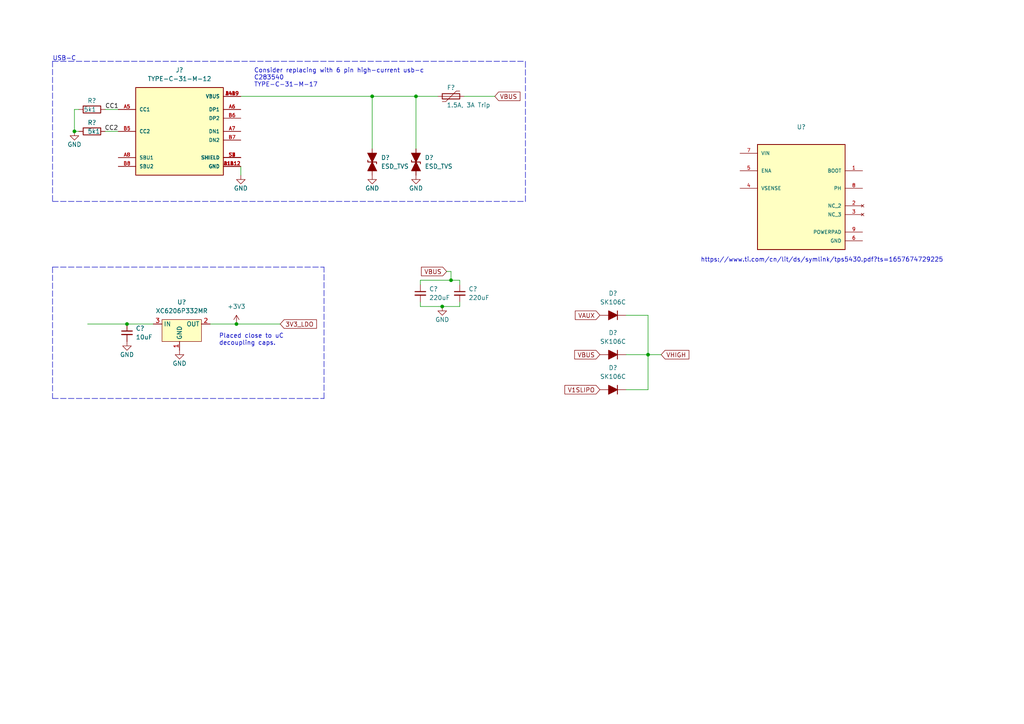
<source format=kicad_sch>
(kicad_sch (version 20211123) (generator eeschema)
  (paper "A4")
  (lib_symbols
    (symbol "BreadstickLibrary:AZ1117R-3.3TRE1"
      (property "Reference" "U" (at 0 7.62 0))
      (property "Value" "AZ1117R-3.3TRE1" (at 1.27 5.08 0))
      (symbol "AZ1117R-3.3TRE1_0_0"
        (pin power_out line (at 0 -6.35 90) (length 2.54) (name "GND") (number "1"))
        (pin power_out line (at 8.89 1.27 180) (length 2.54) (name "OUT") (number "2"))
        (pin power_in line (at -7.62 1.27 0) (length 2.54) (name "IN") (number "3"))
      )
      (symbol "AZ1117R-3.3TRE1_0_1"
        (rectangle (start -5.08 2.54) (end 6.35 -3.81) (fill (type background)))
      )
    )
    (symbol "Device:C_Small" (pin_numbers hide) (pin_names (offset 0.254) hide)
      (property "Reference" "C" (at 0.254 1.778 0))
      (property "Value" "C_Small" (at 0.254 -2.032 0))
      (symbol "C_Small_0_1"
        (polyline (pts (xy -1.524 -0.508) (xy 1.524 -0.508)) (stroke (width 0.3302)))
        (polyline (pts (xy -1.524 0.508) (xy 1.524 0.508)) (stroke (width 0.3048)))
      )
      (symbol "C_Small_1_1"
        (pin passive line (at 0 2.54 270) (length 2.032) (name "~") (number "1"))
        (pin passive line (at 0 -2.54 90) (length 2.032) (name "~") (number "2"))
      )
    )
    (symbol "Device:D_Filled" (pin_numbers hide) (pin_names (offset 1.016) hide)
      (property "Reference" "D" (at 0 2.54 0))
      (property "Value" "D_Filled" (at 0 -2.54 0))
      (symbol "D_Filled_0_1"
        (polyline (pts (xy -1.27 1.27) (xy -1.27 -1.27)) (stroke (width 0.254)))
        (polyline (pts (xy 1.27 0) (xy -1.27 0)))
        (polyline (pts (xy 1.27 1.27) (xy 1.27 -1.27) (xy -1.27 0) (xy 1.27 1.27)) (stroke (width 0.254)) (fill (type outline)))
      )
      (symbol "D_Filled_1_1"
        (pin passive line (at -3.81 0 0) (length 2.54) (name "K") (number "1"))
        (pin passive line (at 3.81 0 180) (length 2.54) (name "A") (number "2"))
      )
    )
    (symbol "Device:D_TVS_Filled" (pin_numbers hide) (pin_names (offset 1.016) hide)
      (property "Reference" "D" (at 0 2.54 0))
      (property "Value" "D_TVS_Filled" (at 0 -2.54 0))
      (symbol "D_TVS_Filled_0_1"
        (polyline (pts (xy 1.27 0) (xy -1.27 0)))
        (polyline (pts (xy -2.54 -1.27) (xy 0 0) (xy -2.54 1.27) (xy -2.54 -1.27)) (stroke (width 0.254)) (fill (type outline)))
        (polyline (pts (xy 0.508 1.27) (xy 0 1.27) (xy 0 -1.27) (xy -0.508 -1.27)) (stroke (width 0.254)))
        (polyline (pts (xy 2.54 1.27) (xy 2.54 -1.27) (xy 0 0) (xy 2.54 1.27)) (stroke (width 0.254)) (fill (type outline)))
      )
      (symbol "D_TVS_Filled_1_1"
        (pin passive line (at -3.81 0 0) (length 2.54) (name "A1") (number "1"))
        (pin passive line (at 3.81 0 180) (length 2.54) (name "A2") (number "2"))
      )
    )
    (symbol "Device:Polyfuse" (pin_numbers hide) (pin_names (offset 0))
      (property "Reference" "F" (at -2.54 0 90))
      (property "Value" "Polyfuse" (at 2.54 0 90))
      (symbol "Polyfuse_0_1"
        (rectangle (start -0.762 2.54) (end 0.762 -2.54) (stroke (width 0.254)))
        (polyline (pts (xy 0 2.54) (xy 0 -2.54)))
        (polyline (pts (xy -1.524 2.54) (xy -1.524 1.524) (xy 1.524 -1.524) (xy 1.524 -2.54)))
      )
      (symbol "Polyfuse_1_1"
        (pin passive line (at 0 3.81 270) (length 1.27) (name "~") (number "1"))
        (pin passive line (at 0 -3.81 90) (length 1.27) (name "~") (number "2"))
      )
    )
    (symbol "Device:R" (pin_numbers hide) (pin_names (offset 0))
      (property "Reference" "R" (at 2.032 0 90))
      (property "Value" "R" (at 0 0 90))
      (symbol "R_0_1"
        (rectangle (start -1.016 -2.54) (end 1.016 2.54) (stroke (width 0.254)))
      )
      (symbol "R_1_1"
        (pin passive line (at 0 3.81 270) (length 1.27) (name "~") (number "1"))
        (pin passive line (at 0 -3.81 90) (length 1.27) (name "~") (number "2"))
      )
    )
    (symbol "TPS5430DDAR:TPS5430DDAR" (pin_names (offset 1.016))
      (property "Reference" "U" (at -12.7 16.2306 0))
      (property "Value" "TPS5430DDAR" (at -12.7 -19.2278 0))
      (symbol "TPS5430DDAR_0_0"
        (rectangle (start -12.7 -15.24) (end 12.7 15.24) (stroke (width 0.254)) (fill (type background)))
        (pin output line (at 17.78 7.62 180) (length 5.08) (name "BOOT") (number "1"))
        (pin no_connect line (at 17.78 -2.54 180) (length 5.08) (name "NC_2") (number "2"))
        (pin no_connect line (at 17.78 -5.08 180) (length 5.08) (name "NC_3") (number "3"))
        (pin input line (at -17.78 2.54 0) (length 5.08) (name "VSENSE") (number "4"))
        (pin input line (at -17.78 7.62 0) (length 5.08) (name "ENA") (number "5"))
        (pin power_in line (at 17.78 -12.7 180) (length 5.08) (name "GND") (number "6"))
        (pin power_in line (at -17.78 12.7 0) (length 5.08) (name "VIN") (number "7"))
        (pin bidirectional line (at 17.78 2.54 180) (length 5.08) (name "PH") (number "8"))
        (pin power_in line (at 17.78 -10.16 180) (length 5.08) (name "POWERPAD") (number "9"))
      )
    )
    (symbol "TYPE-C-31-M-12:TYPE-C-31-M-12" (pin_names (offset 1.016))
      (property "Reference" "J?" (at 0 17.78 0))
      (property "Value" "TYPE-C-31-M-12" (at 0 15.24 0))
      (symbol "TYPE-C-31-M-12_0_0"
        (rectangle (start -12.7 -12.7) (end 12.7 12.7) (stroke (width 0.254)) (fill (type background)))
        (pin power_in line (at 17.78 -10.16 180) (length 5.08) (name "GND") (number "A1B12"))
        (pin power_in line (at 17.78 10.16 180) (length 5.08) (name "VBUS") (number "A4B9"))
        (pin bidirectional line (at -17.78 6.35 0) (length 5.08) (name "CC1") (number "A5"))
        (pin bidirectional line (at 17.78 6.35 180) (length 5.08) (name "DP1") (number "A6"))
        (pin bidirectional line (at 17.78 0 180) (length 5.08) (name "DN1") (number "A7"))
        (pin bidirectional line (at -17.78 -7.62 0) (length 5.08) (name "SBU1") (number "A8"))
        (pin power_in line (at 17.78 -10.16 180) (length 5.08) (name "GND") (number "B1A12"))
        (pin power_in line (at 17.78 10.16 180) (length 5.08) (name "VBUS") (number "B4A9"))
        (pin bidirectional line (at -17.78 0 0) (length 5.08) (name "CC2") (number "B5"))
        (pin bidirectional line (at 17.78 3.81 180) (length 5.08) (name "DP2") (number "B6"))
        (pin bidirectional line (at 17.78 -2.54 180) (length 5.08) (name "DN2") (number "B7"))
        (pin bidirectional line (at -17.78 -10.16 0) (length 5.08) (name "SBU2") (number "B8"))
        (pin passive line (at 17.78 -7.62 180) (length 5.08) (name "SHIELD") (number "S1"))
        (pin passive line (at 17.78 -7.62 180) (length 5.08) (name "SHIELD") (number "S2"))
        (pin passive line (at 17.78 -7.62 180) (length 5.08) (name "SHIELD") (number "S3"))
        (pin passive line (at 17.78 -7.62 180) (length 5.08) (name "SHIELD") (number "S4"))
      )
    )
    (symbol "power:+3V3" (power) (pin_names (offset 0))
      (property "Value" "+3V3" (at 0 3.556 0))
      (symbol "+3V3_0_1"
        (polyline (pts (xy -0.762 1.27) (xy 0 2.54)))
        (polyline (pts (xy 0 0) (xy 0 2.54)))
        (polyline (pts (xy 0 2.54) (xy 0.762 1.27)))
      )
      (symbol "+3V3_1_1"
        (pin power_in line (at 0 0 90) (length 0) hide (name "+3V3") (number "1"))
      )
    )
    (symbol "power:GND" (power) (pin_names (offset 0))
      (property "Value" "GND" (at 0 -3.81 0))
      (symbol "GND_0_1"
        (polyline (pts (xy 0 0) (xy 0 -1.27) (xy 1.27 -1.27) (xy 0 -2.54) (xy -1.27 -1.27) (xy 0 -1.27)))
      )
      (symbol "GND_1_1"
        (pin power_in line (at 0 0 270) (length 0) hide (name "GND") (number "1"))
      )
    )
  )
  (junction (at 130.81 81.28))
  (junction (at 128.27 88.9))
  (junction (at 21.59 38.1))
  (junction (at 68.58 93.98))
  (junction (at 36.83 93.98))
  (junction (at 120.65 27.94))
  (junction (at 107.95 27.94))
  (junction (at 187.96 102.87))
  (wire (pts (xy 187.96 91.44) (xy 181.61 91.44)))
  (polyline (pts (xy 15.24 115.57) (xy 93.98 115.57)))
  (wire (pts (xy 187.96 102.87) (xy 191.77 102.87)))
  (wire (pts (xy 34.29 38.1) (xy 30.48 38.1)))
  (wire (pts (xy 107.95 27.94) (xy 107.95 43.18)))
  (wire (pts (xy 130.81 81.28) (xy 133.35 81.28)))
  (wire (pts (xy 21.59 38.1) (xy 22.86 38.1)))
  (wire (pts (xy 69.85 27.94) (xy 107.95 27.94)))
  (wire (pts (xy 68.58 93.98) (xy 81.28 93.98)))
  (wire (pts (xy 133.35 81.28) (xy 133.35 82.55)))
  (wire (pts (xy 107.95 27.94) (xy 120.65 27.94)))
  (wire (pts (xy 36.83 93.98) (xy 44.45 93.98)))
  (polyline (pts (xy 93.98 115.57) (xy 93.98 77.47)))
  (wire (pts (xy 121.92 87.63) (xy 121.92 88.9)))
  (wire (pts (xy 133.35 87.63) (xy 133.35 88.9)))
  (wire (pts (xy 30.48 31.75) (xy 34.29 31.75)))
  (wire (pts (xy 60.96 93.98) (xy 68.58 93.98)))
  (wire (pts (xy 120.65 27.94) (xy 127 27.94)))
  (wire (pts (xy 120.65 27.94) (xy 120.65 43.18)))
  (wire (pts (xy 69.85 48.26) (xy 69.85 50.8)))
  (wire (pts (xy 181.61 102.87) (xy 187.96 102.87)))
  (wire (pts (xy 121.92 82.55) (xy 121.92 81.28)))
  (polyline (pts (xy 152.4 58.42) (xy 152.4 17.78)))
  (polyline (pts (xy 15.24 58.42) (xy 152.4 58.42)))
  (polyline (pts (xy 15.24 17.78) (xy 152.4 17.78)))
  (wire (pts (xy 21.59 31.75) (xy 21.59 38.1)))
  (wire (pts (xy 187.96 113.03) (xy 187.96 102.87)))
  (wire (pts (xy 134.62 27.94) (xy 143.51 27.94)))
  (wire (pts (xy 22.86 31.75) (xy 21.59 31.75)))
  (polyline (pts (xy 15.24 77.47) (xy 15.24 115.57)))
  (wire (pts (xy 25.4 93.98) (xy 36.83 93.98)))
  (polyline (pts (xy 15.24 17.78) (xy 15.24 58.42)))
  (wire (pts (xy 128.27 88.9) (xy 133.35 88.9)))
  (wire (pts (xy 129.54 78.74) (xy 130.81 78.74)))
  (wire (pts (xy 121.92 81.28) (xy 130.81 81.28)))
  (wire (pts (xy 121.92 88.9) (xy 128.27 88.9)))
  (wire (pts (xy 187.96 102.87) (xy 187.96 91.44)))
  (wire (pts (xy 130.81 78.74) (xy 130.81 81.28)))
  (polyline (pts (xy 15.24 77.47) (xy 93.98 77.47)))
  (wire (pts (xy 181.61 113.03) (xy 187.96 113.03)))
  (text "Placed close to uC \ndecoupling caps." (at 63.5 100.33 0) (effects (font (size 1.27 1.27)) (justify left bottom)))
  (text "Consider replacing with 6 pin high-current usb-c \nC283540\nTYPE-C-31-M-17" (at 73.66 25.4 0) (effects (font (size 1.27 1.27)) (justify left bottom)))
  (text "https://www.ti.com/cn/lit/ds/symlink/tps5430.pdf?ts=1657674729225" (at 203.2 76.2 0) (effects (font (size 1.27 1.27)) (justify left bottom)))
  (text "USB-C" (at 15.24 17.78 0) (effects (font (size 1.27 1.27)) (justify left bottom)))
  (label "CC1" (at 30.48 31.75 0))
  (label "CC2" (at 34.29 38.1 180))
  (global_label "VHIGH" (shape input) (at 191.77 102.87 0) (property "Intersheet References" "${INTERSHEET_REFS}" (effects hide)))
  (global_label "VBUS" (shape input) (at 173.99 102.87 180) (property "Intersheet References" "${INTERSHEET_REFS}" (effects hide)))
  (global_label "V1SLIPO" (shape input) (at 173.99 113.03 180) (property "Intersheet References" "${INTERSHEET_REFS}" (effects hide)))
  (global_label "VAUX" (shape input) (at 173.99 91.44 180) (property "Intersheet References" "${INTERSHEET_REFS}" (effects hide)))
  (global_label "3V3_LDO" (shape input) (at 81.28 93.98 0) (property "Intersheet References" "${INTERSHEET_REFS}" (effects hide)))
  (global_label "VBUS" (shape input) (at 129.54 78.74 180) (property "Intersheet References" "${INTERSHEET_REFS}" (effects hide)))
  (global_label "VBUS" (shape input) (at 143.51 27.94 0) (property "Intersheet References" "${INTERSHEET_REFS}" (effects hide)))
  (symbol (lib_id "power:GND") (at 21.59 38.1 0) (unit 1)
    (property "Reference" "#PWR?" (effects hide))
    (property "Value" "GND" (at 21.59 41.91 0))
  )
  (symbol (lib_id "Device:D_TVS_Filled") (at 107.95 46.99 90) (unit 1)
    (property "Reference" "D?" (at 110.49 45.7199 90) (effects (justify right)))
    (property "Value" "ESD_TVS" (at 110.49 48.2599 90) (effects (justify right)))
    (property "Footprint" "Breadstick Footprints:Perfect_0402_Resistor" (effects hide))
    (property "JLCPCB P/N" "C316049" (effects hide))
  )
  (symbol (lib_id "power:+3V3") (at 68.58 93.98 0) (unit 1)
    (property "Reference" "#PWR?" (effects hide))
    (property "Value" "+3V3" (at 68.58 88.9 0))
  )
  (symbol (lib_id "power:GND") (at 69.85 50.8 0) (unit 1)
    (property "Reference" "#PWR?" (effects hide))
    (property "Value" "GND" (at 69.85 54.61 0))
  )
  (symbol (lib_id "Device:D_Filled") (at 177.8 91.44 180) (unit 1)
    (property "Reference" "D?" (at 177.8 85.09 0))
    (property "Value" "SK106C" (at 177.8 87.63 0))
    (property "Footprint" "Diode_SMD:D_SMC" (effects hide))
    (property "JLCPCB P/N" "C65019" (effects hide))
  )
  (symbol (lib_id "Device:C_Small") (at 121.92 85.09 0) (unit 1)
    (property "Reference" "C?" (at 124.46 83.82 0) (effects (justify left)))
    (property "Value" "220uF" (at 124.46 86.36 0) (effects (justify left)))
    (property "Footprint" "Capacitor_SMD:C_1210_3225Metric" (effects hide))
    (property "JLCPCB P/N" "C400951" (effects hide))
  )
  (symbol (lib_id "Device:C_Small") (at 36.83 96.52 0) (unit 1)
    (property "Reference" "C?" (at 39.37 95.25 0) (effects (justify left)))
    (property "Value" "10uF" (at 39.37 97.79 0) (effects (justify left)))
    (property "Footprint" "Breadstick Footprints:Perfect_0402_Cap" (effects hide))
    (property "JLCPCB P/N" "C15525" (effects hide))
  )
  (symbol (lib_id "Device:D_Filled") (at 177.8 102.87 180) (unit 1)
    (property "Reference" "D?" (at 177.8 96.52 0))
    (property "Value" "SK106C" (at 177.8 99.06 0))
    (property "Footprint" "Diode_SMD:D_SMC" (effects hide))
    (property "JLCPCB P/N" "C65019" (effects hide))
  )
  (symbol (lib_id "power:GND") (at 128.27 88.9 0) (unit 1)
    (property "Reference" "#PWR?" (effects hide))
    (property "Value" "GND" (at 128.27 92.71 0))
  )
  (symbol (lib_id "Device:Polyfuse") (at 130.81 27.94 270) (unit 1)
    (property "Reference" "F?" (at 130.81 25.4 90))
    (property "Value" "1.5A, 3A Trip" (at 135.89 30.48 90))
    (property "Footprint" "Resistor_SMD:R_0805_2012Metric" (effects hide))
    (property "JLCPCB P/N" "C70156" (effects hide))
  )
  (symbol (lib_id "Device:R") (at 26.67 31.75 90) (unit 1)
    (property "Reference" "R?" (at 27.94 29.21 90) (effects (justify left)))
    (property "Value" "5k1" (at 27.94 31.75 90) (effects (justify left)))
    (property "Footprint" "Breadstick Footprints:Perfect_0402_Resistor" (effects hide))
    (property "JLCPCB P/N" "C25905" (effects hide))
  )
  (symbol (lib_id "TPS5430DDAR:TPS5430DDAR") (at 232.41 57.15 0) (unit 1)
    (property "Reference" "U?" (at 232.41 36.83 0))
    (property "PARTREV" "I" (effects hide))
    (property "MANUFACTURER" "Texas Instruments" (effects hide))
    (property "MAXIMUM_PACKAGE_HEIGHT" "1.70 mm" (effects hide))
    (property "STANDARD" "Manufacturer Recommendations" (effects hide))
    (property "JLCPCB P/N" "C9864" (effects hide))
  )
  (symbol (lib_id "Device:D_TVS_Filled") (at 120.65 46.99 90) (unit 1)
    (property "Reference" "D?" (at 123.19 45.7199 90) (effects (justify right)))
    (property "Value" "ESD_TVS" (at 123.19 48.2599 90) (effects (justify right)))
    (property "Footprint" "Breadstick Footprints:Perfect_0402_Resistor" (effects hide))
    (property "JLCPCB P/N" "C316049" (effects hide))
  )
  (symbol (lib_id "TYPE-C-31-M-12:TYPE-C-31-M-12") (at 52.07 38.1 0) (unit 1)
    (property "Reference" "J?" (at 52.07 20.32 0))
    (property "Value" "TYPE-C-31-M-12" (at 52.07 22.86 0))
    (property "Footprint" "TYPE-C-31-M-12:HRO_TYPE-C-31-M-12" (effects hide))
    (property "MANUFACTURER" "HRO Electronics" (effects hide))
    (property "PARTREV" "A" (effects hide))
    (property "STANDARD" "Manufacturer Recommendations" (effects hide))
    (property "MAXIMUM_PACKAGE_HEIGHT" "3.31mm" (effects hide))
    (property "JLCPCB P/N" "C165948" (effects hide))
  )
  (symbol (lib_id "Device:D_Filled") (at 177.8 113.03 180) (unit 1)
    (property "Reference" "D?" (at 177.8 106.68 0))
    (property "Value" "SK106C" (at 177.8 109.22 0))
    (property "Footprint" "Diode_SMD:D_SMC" (effects hide))
    (property "JLCPCB P/N" "C65019" (effects hide))
  )
  (symbol (lib_id "power:GND") (at 107.95 50.8 0) (unit 1)
    (property "Reference" "#PWR?" (effects hide))
    (property "Value" "GND" (at 107.95 54.61 0))
  )
  (symbol (lib_id "power:GND") (at 120.65 50.8 0) (unit 1)
    (property "Reference" "#PWR?" (effects hide))
    (property "Value" "GND" (at 120.65 54.61 0))
  )
  (symbol (lib_id "Device:C_Small") (at 133.35 85.09 0) (unit 1)
    (property "Reference" "C?" (at 135.89 83.82 0) (effects (justify left)))
    (property "Value" "220uF" (at 135.89 86.36 0) (effects (justify left)))
    (property "Footprint" "Capacitor_SMD:C_1210_3225Metric" (effects hide))
    (property "JLCPCB P/N" "C400951" (effects hide))
  )
  (symbol (lib_id "power:GND") (at 36.83 99.06 0) (unit 1)
    (property "Reference" "#PWR?" (effects hide))
    (property "Value" "GND" (at 36.83 102.87 0))
  )
  (symbol (lib_id "Device:R") (at 26.67 38.1 270) (unit 1)
    (property "Reference" "R?" (at 25.4 35.56 90) (effects (justify left)))
    (property "Value" "5k1" (at 25.4 38.1 90) (effects (justify left)))
    (property "Footprint" "Breadstick Footprints:Perfect_0402_Resistor" (effects hide))
    (property "JLCPCB P/N" "C25905" (effects hide))
  )
  (symbol (lib_id "BreadstickLibrary:AZ1117R-3.3TRE1") (at 52.07 95.25 0) (unit 1)
    (property "Reference" "U?" (at 52.705 87.63 0))
    (property "Value" "XC6206P332MR" (at 52.705 90.17 0))
    (property "Footprint" "Package_TO_SOT_SMD:SOT-23" (effects hide))
    (property "JLCPCB P/N" "C5446" (effects hide))
  )
  (symbol (lib_id "power:GND") (at 52.07 101.6 0) (unit 1)
    (property "Reference" "#PWR?" (effects hide))
    (property "Value" "GND" (at 52.07 105.41 0))
  )
)
</source>
